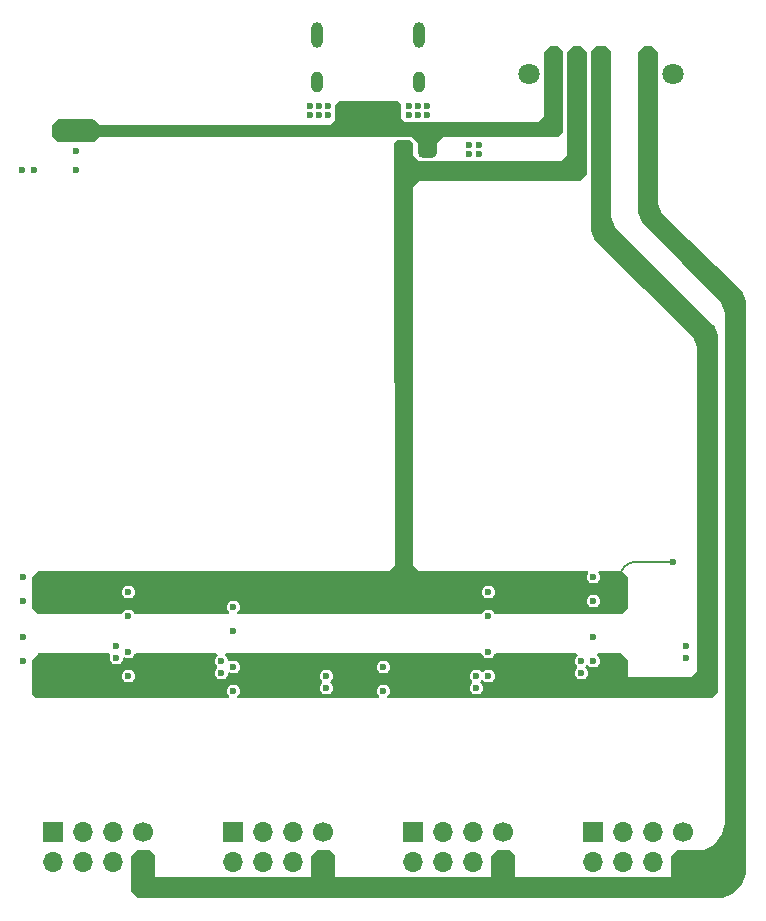
<source format=gbr>
%TF.GenerationSoftware,KiCad,Pcbnew,8.0.6*%
%TF.CreationDate,2024-12-18T16:17:05-08:00*%
%TF.ProjectId,pico-analyzer,7069636f-2d61-46e6-916c-797a65722e6b,1.0*%
%TF.SameCoordinates,Original*%
%TF.FileFunction,Copper,L3,Inr*%
%TF.FilePolarity,Positive*%
%FSLAX46Y46*%
G04 Gerber Fmt 4.6, Leading zero omitted, Abs format (unit mm)*
G04 Created by KiCad (PCBNEW 8.0.6) date 2024-12-18 16:17:05*
%MOMM*%
%LPD*%
G01*
G04 APERTURE LIST*
%TA.AperFunction,ComponentPad*%
%ADD10O,1.000000X1.800000*%
%TD*%
%TA.AperFunction,ComponentPad*%
%ADD11O,1.000000X2.200000*%
%TD*%
%TA.AperFunction,ComponentPad*%
%ADD12R,1.700000X1.700000*%
%TD*%
%TA.AperFunction,ComponentPad*%
%ADD13O,1.700000X1.700000*%
%TD*%
%TA.AperFunction,ComponentPad*%
%ADD14C,1.700000*%
%TD*%
%TA.AperFunction,ComponentPad*%
%ADD15R,1.300000X1.300000*%
%TD*%
%TA.AperFunction,ComponentPad*%
%ADD16C,1.300000*%
%TD*%
%TA.AperFunction,ComponentPad*%
%ADD17C,1.800000*%
%TD*%
%TA.AperFunction,ViaPad*%
%ADD18C,0.600000*%
%TD*%
%TA.AperFunction,Conductor*%
%ADD19C,0.200000*%
%TD*%
G04 APERTURE END LIST*
D10*
%TO.N,GND*%
%TO.C,J5*%
X119890000Y-56901200D03*
D11*
X119890000Y-52901200D03*
D10*
X111250000Y-56901200D03*
D11*
X111250000Y-52901200D03*
%TD*%
D12*
%TO.N,/Level Translation/C0*%
%TO.C,J1*%
X88890000Y-120396000D03*
D13*
%TO.N,/Level Translation/C1*%
X88890000Y-122936000D03*
%TO.N,/Level Translation/C2*%
X91430000Y-120396000D03*
%TO.N,/Level Translation/C3*%
X91430000Y-122936000D03*
%TO.N,/Level Translation/C4*%
X93970000Y-120396000D03*
%TO.N,/Level Translation/C5*%
X93970000Y-122936000D03*
D14*
%TO.N,GND*%
X96510000Y-120396000D03*
D13*
%TO.N,V_{in}*%
X96510000Y-122936000D03*
%TD*%
D12*
%TO.N,/Level Translation/C18*%
%TO.C,J4*%
X134610000Y-120396000D03*
D13*
%TO.N,/Level Translation/C19*%
X134610000Y-122936000D03*
%TO.N,/Level Translation/C20*%
X137150000Y-120396000D03*
%TO.N,/Level Translation/C21*%
X137150000Y-122936000D03*
%TO.N,/Level Translation/C22*%
X139690000Y-120396000D03*
%TO.N,/Level Translation/C23*%
X139690000Y-122936000D03*
D14*
%TO.N,GND*%
X142230000Y-120396000D03*
D13*
%TO.N,V_{in}*%
X142230000Y-122936000D03*
%TD*%
D12*
%TO.N,/Level Translation/C6*%
%TO.C,J2*%
X104130000Y-120396000D03*
D13*
%TO.N,/Level Translation/C7*%
X104130000Y-122936000D03*
%TO.N,/Level Translation/C8*%
X106670000Y-120396000D03*
%TO.N,/Level Translation/C9*%
X106670000Y-122936000D03*
%TO.N,/Level Translation/C10*%
X109210000Y-120396000D03*
%TO.N,/Level Translation/C11*%
X109210000Y-122936000D03*
D14*
%TO.N,GND*%
X111750000Y-120396000D03*
D13*
%TO.N,V_{in}*%
X111750000Y-122936000D03*
%TD*%
D12*
%TO.N,/Level Translation/C12*%
%TO.C,J3*%
X119370000Y-120396000D03*
D13*
%TO.N,/Level Translation/C13*%
X119370000Y-122936000D03*
%TO.N,/Level Translation/C14*%
X121910000Y-120396000D03*
%TO.N,/Level Translation/C15*%
X121910000Y-122936000D03*
%TO.N,/Level Translation/C16*%
X124450000Y-120396000D03*
%TO.N,/Level Translation/C17*%
X124450000Y-122936000D03*
D14*
%TO.N,GND*%
X126990000Y-120396000D03*
D13*
%TO.N,V_{in}*%
X126990000Y-122936000D03*
%TD*%
D15*
%TO.N,V_{in}*%
%TO.C,SW1*%
X139255000Y-54950000D03*
D16*
%TO.N,V_{ref}*%
X135255000Y-54950000D03*
%TO.N,+3V3*%
X133255000Y-54950000D03*
%TO.N,+5V*%
X131255000Y-54950000D03*
%TO.N,V_{in}*%
X139255000Y-57450000D03*
%TO.N,V_{ref}*%
X135255000Y-57450000D03*
%TO.N,+3V3*%
X133255000Y-57450000D03*
%TO.N,+5V*%
X131255000Y-57450000D03*
D17*
%TO.N,N/C*%
X141355000Y-56200000D03*
X129155000Y-56200000D03*
%TD*%
D18*
%TO.N,+5V*%
X117348000Y-58928000D03*
X120142000Y-62230000D03*
X113157000Y-59690000D03*
X113792000Y-58928000D03*
X113157000Y-58928000D03*
X117983000Y-59690000D03*
X113792000Y-59690000D03*
X120142000Y-62992000D03*
X90805000Y-60579000D03*
X117348000Y-59690000D03*
X117983000Y-58928000D03*
X90805000Y-61468000D03*
X121031000Y-62230000D03*
X121031000Y-62992000D03*
%TO.N,GND*%
X112014000Y-108204000D03*
X104140000Y-101346000D03*
X90805000Y-64389000D03*
X112141000Y-58928000D03*
X111379000Y-58928000D03*
X120523000Y-59690000D03*
X104140000Y-106426000D03*
X110617000Y-59690000D03*
X134620000Y-100838000D03*
X94234000Y-105664000D03*
X134620000Y-98806000D03*
X112141000Y-59690000D03*
X142494000Y-105664000D03*
X87249000Y-64389000D03*
X95250000Y-102108000D03*
X110617000Y-58928000D03*
X133604000Y-105918000D03*
X133604000Y-106934000D03*
X86233000Y-64389000D03*
X120523000Y-58928000D03*
X124079000Y-62230000D03*
X119761000Y-59690000D03*
X95250000Y-107188000D03*
X86360000Y-98806000D03*
X103124000Y-105918000D03*
X95250000Y-100076000D03*
X104140000Y-103378000D03*
X111379000Y-59690000D03*
X86360000Y-100838000D03*
X124079000Y-62992000D03*
X103124000Y-106934000D03*
X90805000Y-62738000D03*
X124714000Y-108204000D03*
X134620000Y-105918000D03*
X116840000Y-106426000D03*
X116840000Y-108458000D03*
X124714000Y-107188000D03*
X94234000Y-104648000D03*
X125730000Y-105156000D03*
X118999000Y-59690000D03*
X86360000Y-105918000D03*
X125730000Y-100076000D03*
X95250000Y-105156000D03*
X118999000Y-58928000D03*
X86360000Y-103886000D03*
X134620000Y-103886000D03*
X104140000Y-108458000D03*
X124968000Y-62230000D03*
X142494000Y-104648000D03*
X125730000Y-107188000D03*
X112014000Y-107188000D03*
X119761000Y-58928000D03*
X124968000Y-62992000D03*
X125730000Y-102108000D03*
%TO.N,+3V3*%
X88646000Y-98806000D03*
X127254000Y-100076000D03*
X118110000Y-62230000D03*
X105664000Y-101346000D03*
X118110000Y-62992000D03*
X128016000Y-100076000D03*
X118999000Y-62992000D03*
X118999000Y-62230000D03*
X136144000Y-98806000D03*
X106426000Y-101346000D03*
X119126000Y-101346000D03*
X87884000Y-98806000D03*
X97536000Y-100076000D03*
X114300000Y-101346000D03*
X136906000Y-98806000D03*
X141351000Y-97536000D03*
X96774000Y-100076000D03*
X118364000Y-101346000D03*
%TO.N,V_{ref}*%
X136144000Y-105918000D03*
X88646000Y-105918000D03*
X105664000Y-108458000D03*
X128016000Y-107188000D03*
X106426000Y-108458000D03*
X87884000Y-105918000D03*
X118364000Y-108458000D03*
X96774000Y-107188000D03*
X119126000Y-108458000D03*
X127254000Y-107188000D03*
X136906000Y-105918000D03*
X97536000Y-107188000D03*
%TD*%
D19*
%TO.N,+3V3*%
X138176000Y-97536000D02*
X141351000Y-97536000D01*
X138176000Y-97536000D02*
G75*
G03*
X136906000Y-98806000I0J-1270000D01*
G01*
%TD*%
%TA.AperFunction,Conductor*%
%TO.N,V_{ref}*%
G36*
X135652865Y-53867685D02*
G01*
X135673595Y-53884406D01*
X136099888Y-54311588D01*
X136133309Y-54372946D01*
X136136115Y-54399436D01*
X136107175Y-68296137D01*
X136459684Y-69149683D01*
X136459688Y-69149688D01*
X144790005Y-77480005D01*
X144816885Y-77520233D01*
X145151561Y-78328212D01*
X145161000Y-78375665D01*
X145161000Y-108541638D01*
X145141315Y-108608677D01*
X145124681Y-108629319D01*
X144697319Y-109056681D01*
X144635996Y-109090166D01*
X144609638Y-109093000D01*
X137541000Y-109093000D01*
X137541000Y-107315000D01*
X142883000Y-107315000D01*
X143383000Y-106815000D01*
X143383000Y-79357237D01*
X143026717Y-78506435D01*
X143026715Y-78506432D01*
X134765435Y-70372250D01*
X134738059Y-70331790D01*
X134401024Y-69526951D01*
X134391400Y-69479055D01*
X134391400Y-54399362D01*
X134411085Y-54332323D01*
X134427719Y-54311681D01*
X134855081Y-53884319D01*
X134916404Y-53850834D01*
X134942762Y-53848000D01*
X135585826Y-53848000D01*
X135652865Y-53867685D01*
G37*
%TD.AperFunction*%
%TD*%
%TA.AperFunction,Conductor*%
%TO.N,V_{in}*%
G36*
X127531677Y-121939685D02*
G01*
X127552319Y-121956319D01*
X127979681Y-122383681D01*
X128013166Y-122445004D01*
X128016000Y-122471362D01*
X128016000Y-124206000D01*
X127516000Y-124206000D01*
X126484000Y-124206000D01*
X125984000Y-124206000D01*
X125984000Y-122471362D01*
X126003685Y-122404323D01*
X126020319Y-122383681D01*
X126447681Y-121956319D01*
X126509004Y-121922834D01*
X126535362Y-121920000D01*
X127464638Y-121920000D01*
X127531677Y-121939685D01*
G37*
%TD.AperFunction*%
%TD*%
%TA.AperFunction,Conductor*%
%TO.N,+5V*%
G36*
X131570277Y-53867685D02*
G01*
X131590919Y-53884319D01*
X132018281Y-54311681D01*
X132051766Y-54373004D01*
X132054600Y-54399362D01*
X132054600Y-61043638D01*
X132034915Y-61110677D01*
X132018281Y-61131319D01*
X131590919Y-61558681D01*
X131529596Y-61592166D01*
X131503238Y-61595000D01*
X121911999Y-61595000D01*
X121412000Y-62094999D01*
X121412000Y-62821638D01*
X121392315Y-62888677D01*
X121375681Y-62909319D01*
X120948319Y-63336681D01*
X120886996Y-63370166D01*
X120860638Y-63373000D01*
X120312362Y-63373000D01*
X120245323Y-63353315D01*
X120224681Y-63336681D01*
X119797319Y-62909319D01*
X119763834Y-62847996D01*
X119761000Y-62821638D01*
X119761000Y-62095000D01*
X119261000Y-61595000D01*
X118364000Y-61595000D01*
X117348000Y-61595000D01*
X117348000Y-59690000D01*
X118364000Y-59690000D01*
X118364000Y-60007500D01*
X118681500Y-60325000D01*
X129954400Y-60325000D01*
X130454400Y-59825000D01*
X130454400Y-54399362D01*
X130474085Y-54332323D01*
X130490719Y-54311681D01*
X130918081Y-53884319D01*
X130979404Y-53850834D01*
X131005762Y-53848000D01*
X131503238Y-53848000D01*
X131570277Y-53867685D01*
G37*
%TD.AperFunction*%
%TD*%
%TA.AperFunction,Conductor*%
%TO.N,+5V*%
G36*
X114173000Y-61595000D02*
G01*
X92773500Y-61595000D01*
X92414174Y-61954326D01*
X92361848Y-61976000D01*
X89303652Y-61976000D01*
X89251326Y-61954326D01*
X88794674Y-61497674D01*
X88773000Y-61445348D01*
X88773000Y-60601652D01*
X88794674Y-60549326D01*
X89251326Y-60092674D01*
X89303652Y-60071000D01*
X92298348Y-60071000D01*
X92350674Y-60092674D01*
X92583000Y-60325000D01*
X92837000Y-60579000D01*
X112276000Y-60579000D01*
X112331500Y-60579000D01*
X112776000Y-60134500D01*
X112776000Y-59690000D01*
X114173000Y-59690000D01*
X114173000Y-61595000D01*
G37*
%TD.AperFunction*%
%TD*%
%TA.AperFunction,Conductor*%
%TO.N,V_{in}*%
G36*
X143256000Y-125984000D02*
G01*
X142756000Y-125984000D01*
X96055362Y-125984000D01*
X95988323Y-125964315D01*
X95967681Y-125947681D01*
X95540319Y-125520319D01*
X95506834Y-125458996D01*
X95504000Y-125432638D01*
X95504000Y-124206000D01*
X143256000Y-124206000D01*
X143256000Y-125984000D01*
G37*
%TD.AperFunction*%
%TD*%
%TA.AperFunction,Conductor*%
%TO.N,+3V3*%
G36*
X133576877Y-53867685D02*
G01*
X133597519Y-53884319D01*
X134024881Y-54311681D01*
X134058366Y-54373004D01*
X134061200Y-54399362D01*
X134061200Y-64726638D01*
X134041515Y-64793677D01*
X134024881Y-64814319D01*
X133597519Y-65241681D01*
X133536196Y-65275166D01*
X133509838Y-65278000D01*
X119879999Y-65278000D01*
X119380000Y-65777999D01*
X119380000Y-65778000D01*
X119380000Y-66802000D01*
X118880000Y-66802000D01*
X118229000Y-66802000D01*
X117747683Y-66802000D01*
X117748405Y-66798334D01*
X117731834Y-66767986D01*
X117729000Y-66741628D01*
X117729000Y-62146362D01*
X117748685Y-62079323D01*
X117765319Y-62058681D01*
X117937181Y-61886819D01*
X117998504Y-61853334D01*
X118024862Y-61850500D01*
X119084138Y-61850500D01*
X119151177Y-61870185D01*
X119171819Y-61886819D01*
X119343681Y-62058681D01*
X119377166Y-62120004D01*
X119380000Y-62146362D01*
X119380000Y-63127000D01*
X119880000Y-63627000D01*
X120293061Y-63627000D01*
X120310705Y-63628262D01*
X120311760Y-63628413D01*
X120312362Y-63628500D01*
X120312365Y-63628500D01*
X120860639Y-63628500D01*
X120865078Y-63628262D01*
X120885307Y-63627177D01*
X120891936Y-63627000D01*
X131935600Y-63627000D01*
X132435600Y-63127000D01*
X132435600Y-54399362D01*
X132455285Y-54332323D01*
X132471919Y-54311681D01*
X132899281Y-53884319D01*
X132960604Y-53850834D01*
X132986962Y-53848000D01*
X133509838Y-53848000D01*
X133576877Y-53867685D01*
G37*
%TD.AperFunction*%
%TD*%
%TA.AperFunction,Conductor*%
%TO.N,V_{in}*%
G36*
X112291677Y-121939685D02*
G01*
X112312319Y-121956319D01*
X112739681Y-122383681D01*
X112773166Y-122445004D01*
X112776000Y-122471362D01*
X112776000Y-124206000D01*
X112276000Y-124206000D01*
X111244000Y-124206000D01*
X110744000Y-124206000D01*
X110744000Y-122471362D01*
X110763685Y-122404323D01*
X110780319Y-122383681D01*
X111207681Y-121956319D01*
X111269004Y-121922834D01*
X111295362Y-121920000D01*
X112224638Y-121920000D01*
X112291677Y-121939685D01*
G37*
%TD.AperFunction*%
%TD*%
%TA.AperFunction,Conductor*%
%TO.N,V_{ref}*%
G36*
X93677419Y-105302685D02*
G01*
X93723174Y-105355489D01*
X93733118Y-105424647D01*
X93724941Y-105454452D01*
X93697671Y-105520287D01*
X93697670Y-105520291D01*
X93678750Y-105664000D01*
X93693270Y-105774292D01*
X93697670Y-105807708D01*
X93697671Y-105807712D01*
X93753137Y-105941622D01*
X93753138Y-105941624D01*
X93753139Y-105941625D01*
X93841379Y-106056621D01*
X93956375Y-106144861D01*
X93956376Y-106144861D01*
X93956377Y-106144862D01*
X94001013Y-106163350D01*
X94090291Y-106200330D01*
X94217280Y-106217048D01*
X94233999Y-106219250D01*
X94234000Y-106219250D01*
X94234001Y-106219250D01*
X94248977Y-106217278D01*
X94377709Y-106200330D01*
X94511625Y-106144861D01*
X94626621Y-106056621D01*
X94714861Y-105941625D01*
X94770330Y-105807709D01*
X94781283Y-105724508D01*
X94809549Y-105660613D01*
X94867874Y-105622142D01*
X94937738Y-105621311D01*
X94966226Y-105633310D01*
X94972370Y-105636857D01*
X94972375Y-105636861D01*
X95106291Y-105692330D01*
X95233280Y-105709048D01*
X95249999Y-105711250D01*
X95250000Y-105711250D01*
X95250001Y-105711250D01*
X95264977Y-105709278D01*
X95393709Y-105692330D01*
X95527625Y-105636861D01*
X95642621Y-105548621D01*
X95730861Y-105433625D01*
X95761545Y-105359544D01*
X95805384Y-105305145D01*
X95871678Y-105283079D01*
X95876105Y-105283000D01*
X102681962Y-105283000D01*
X102749001Y-105302685D01*
X102794756Y-105355489D01*
X102804700Y-105424647D01*
X102775675Y-105488203D01*
X102757451Y-105505373D01*
X102749376Y-105511568D01*
X102731380Y-105525377D01*
X102643137Y-105640377D01*
X102587671Y-105774287D01*
X102587670Y-105774291D01*
X102568750Y-105917999D01*
X102568750Y-105918000D01*
X102587670Y-106061708D01*
X102587671Y-106061712D01*
X102643137Y-106195622D01*
X102643138Y-106195624D01*
X102643139Y-106195625D01*
X102731379Y-106310621D01*
X102731382Y-106310623D01*
X102753539Y-106327626D01*
X102794741Y-106384054D01*
X102798894Y-106453800D01*
X102764681Y-106514720D01*
X102753539Y-106524374D01*
X102731382Y-106541376D01*
X102731380Y-106541377D01*
X102731379Y-106541379D01*
X102678435Y-106610376D01*
X102643137Y-106656377D01*
X102587671Y-106790287D01*
X102587670Y-106790291D01*
X102568750Y-106933999D01*
X102568750Y-106934000D01*
X102587670Y-107077708D01*
X102587671Y-107077712D01*
X102643137Y-107211622D01*
X102643138Y-107211624D01*
X102643139Y-107211625D01*
X102731379Y-107326621D01*
X102846375Y-107414861D01*
X102980291Y-107470330D01*
X103107280Y-107487048D01*
X103123999Y-107489250D01*
X103124000Y-107489250D01*
X103124001Y-107489250D01*
X103138977Y-107487278D01*
X103267709Y-107470330D01*
X103401625Y-107414861D01*
X103516621Y-107326621D01*
X103604861Y-107211625D01*
X103614647Y-107187999D01*
X111458750Y-107187999D01*
X111458750Y-107188000D01*
X111477670Y-107331708D01*
X111477671Y-107331712D01*
X111533137Y-107465622D01*
X111533138Y-107465624D01*
X111533139Y-107465625D01*
X111621379Y-107580621D01*
X111621382Y-107580623D01*
X111643539Y-107597626D01*
X111684741Y-107654054D01*
X111688894Y-107723800D01*
X111654681Y-107784720D01*
X111643539Y-107794374D01*
X111621382Y-107811376D01*
X111621380Y-107811377D01*
X111621379Y-107811379D01*
X111568435Y-107880376D01*
X111533137Y-107926377D01*
X111477671Y-108060287D01*
X111477670Y-108060291D01*
X111458750Y-108203999D01*
X111458750Y-108204000D01*
X111477670Y-108347708D01*
X111477671Y-108347712D01*
X111533137Y-108481622D01*
X111533138Y-108481624D01*
X111533139Y-108481625D01*
X111621379Y-108596621D01*
X111736375Y-108684861D01*
X111870291Y-108740330D01*
X111997280Y-108757048D01*
X112013999Y-108759250D01*
X112014000Y-108759250D01*
X112014001Y-108759250D01*
X112028977Y-108757278D01*
X112157709Y-108740330D01*
X112291625Y-108684861D01*
X112406621Y-108596621D01*
X112494861Y-108481625D01*
X112550330Y-108347709D01*
X112569250Y-108204000D01*
X112550330Y-108060291D01*
X112494861Y-107926375D01*
X112406621Y-107811379D01*
X112384459Y-107794373D01*
X112343259Y-107737948D01*
X112339104Y-107668202D01*
X112373316Y-107607281D01*
X112384450Y-107597633D01*
X112406621Y-107580621D01*
X112494861Y-107465625D01*
X112550330Y-107331709D01*
X112569250Y-107188000D01*
X112569250Y-107187999D01*
X124158750Y-107187999D01*
X124158750Y-107188000D01*
X124177670Y-107331708D01*
X124177671Y-107331712D01*
X124233137Y-107465622D01*
X124233138Y-107465624D01*
X124233139Y-107465625D01*
X124321379Y-107580621D01*
X124321382Y-107580623D01*
X124343539Y-107597626D01*
X124384741Y-107654054D01*
X124388894Y-107723800D01*
X124354681Y-107784720D01*
X124343539Y-107794374D01*
X124321382Y-107811376D01*
X124321380Y-107811377D01*
X124321379Y-107811379D01*
X124268435Y-107880376D01*
X124233137Y-107926377D01*
X124177671Y-108060287D01*
X124177670Y-108060291D01*
X124158750Y-108203999D01*
X124158750Y-108204000D01*
X124177670Y-108347708D01*
X124177671Y-108347712D01*
X124233137Y-108481622D01*
X124233138Y-108481624D01*
X124233139Y-108481625D01*
X124321379Y-108596621D01*
X124436375Y-108684861D01*
X124570291Y-108740330D01*
X124697280Y-108757048D01*
X124713999Y-108759250D01*
X124714000Y-108759250D01*
X124714001Y-108759250D01*
X124728977Y-108757278D01*
X124857709Y-108740330D01*
X124991625Y-108684861D01*
X125106621Y-108596621D01*
X125194861Y-108481625D01*
X125250330Y-108347709D01*
X125269250Y-108204000D01*
X125250330Y-108060291D01*
X125194861Y-107926375D01*
X125106621Y-107811379D01*
X125084459Y-107794373D01*
X125043259Y-107737948D01*
X125039104Y-107668202D01*
X125073316Y-107607281D01*
X125084450Y-107597633D01*
X125106621Y-107580621D01*
X125123626Y-107558459D01*
X125180052Y-107517259D01*
X125249798Y-107513104D01*
X125310719Y-107547316D01*
X125320366Y-107558450D01*
X125337379Y-107580621D01*
X125452375Y-107668861D01*
X125586291Y-107724330D01*
X125713280Y-107741048D01*
X125729999Y-107743250D01*
X125730000Y-107743250D01*
X125730001Y-107743250D01*
X125744977Y-107741278D01*
X125873709Y-107724330D01*
X126007625Y-107668861D01*
X126122621Y-107580621D01*
X126210861Y-107465625D01*
X126266330Y-107331709D01*
X126285250Y-107188000D01*
X126266330Y-107044291D01*
X126210861Y-106910375D01*
X126122621Y-106795379D01*
X126007625Y-106707139D01*
X126007624Y-106707138D01*
X126007622Y-106707137D01*
X125873712Y-106651671D01*
X125873710Y-106651670D01*
X125873709Y-106651670D01*
X125801854Y-106642210D01*
X125730001Y-106632750D01*
X125729999Y-106632750D01*
X125586291Y-106651670D01*
X125586287Y-106651671D01*
X125452377Y-106707137D01*
X125406376Y-106742435D01*
X125337379Y-106795379D01*
X125337377Y-106795380D01*
X125337376Y-106795382D01*
X125320374Y-106817539D01*
X125263946Y-106858741D01*
X125194200Y-106862894D01*
X125133280Y-106828681D01*
X125123626Y-106817539D01*
X125106623Y-106795382D01*
X125106621Y-106795379D01*
X124991625Y-106707139D01*
X124991624Y-106707138D01*
X124991622Y-106707137D01*
X124857712Y-106651671D01*
X124857710Y-106651670D01*
X124857709Y-106651670D01*
X124785854Y-106642210D01*
X124714001Y-106632750D01*
X124713999Y-106632750D01*
X124570291Y-106651670D01*
X124570287Y-106651671D01*
X124436377Y-106707137D01*
X124321379Y-106795379D01*
X124233137Y-106910377D01*
X124177671Y-107044287D01*
X124177670Y-107044291D01*
X124158750Y-107187999D01*
X112569250Y-107187999D01*
X112550330Y-107044291D01*
X112494861Y-106910375D01*
X112406621Y-106795379D01*
X112291625Y-106707139D01*
X112291624Y-106707138D01*
X112291622Y-106707137D01*
X112157712Y-106651671D01*
X112157710Y-106651670D01*
X112157709Y-106651670D01*
X112085854Y-106642210D01*
X112014001Y-106632750D01*
X112013999Y-106632750D01*
X111870291Y-106651670D01*
X111870287Y-106651671D01*
X111736377Y-106707137D01*
X111621379Y-106795379D01*
X111533137Y-106910377D01*
X111477671Y-107044287D01*
X111477670Y-107044291D01*
X111458750Y-107187999D01*
X103614647Y-107187999D01*
X103660330Y-107077709D01*
X103671283Y-106994508D01*
X103699549Y-106930613D01*
X103757874Y-106892142D01*
X103827738Y-106891311D01*
X103856226Y-106903310D01*
X103862370Y-106906857D01*
X103862375Y-106906861D01*
X103996291Y-106962330D01*
X104123280Y-106979048D01*
X104139999Y-106981250D01*
X104140000Y-106981250D01*
X104140001Y-106981250D01*
X104154977Y-106979278D01*
X104283709Y-106962330D01*
X104417625Y-106906861D01*
X104532621Y-106818621D01*
X104620861Y-106703625D01*
X104676330Y-106569709D01*
X104695250Y-106426000D01*
X116284750Y-106426000D01*
X116297701Y-106524374D01*
X116303670Y-106569708D01*
X116303671Y-106569712D01*
X116359137Y-106703622D01*
X116359138Y-106703624D01*
X116359139Y-106703625D01*
X116447379Y-106818621D01*
X116562375Y-106906861D01*
X116562376Y-106906861D01*
X116562377Y-106906862D01*
X116607013Y-106925350D01*
X116696291Y-106962330D01*
X116823280Y-106979048D01*
X116839999Y-106981250D01*
X116840000Y-106981250D01*
X116840001Y-106981250D01*
X116854977Y-106979278D01*
X116983709Y-106962330D01*
X117117625Y-106906861D01*
X117232621Y-106818621D01*
X117320861Y-106703625D01*
X117376330Y-106569709D01*
X117395250Y-106426000D01*
X117376330Y-106282291D01*
X117320861Y-106148375D01*
X117232621Y-106033379D01*
X117117625Y-105945139D01*
X117117624Y-105945138D01*
X117117622Y-105945137D01*
X116983712Y-105889671D01*
X116983710Y-105889670D01*
X116983709Y-105889670D01*
X116911854Y-105880210D01*
X116840001Y-105870750D01*
X116839999Y-105870750D01*
X116696291Y-105889670D01*
X116696287Y-105889671D01*
X116562377Y-105945137D01*
X116447379Y-106033379D01*
X116359137Y-106148377D01*
X116303671Y-106282287D01*
X116303670Y-106282291D01*
X116284750Y-106426000D01*
X104695250Y-106426000D01*
X104676330Y-106282291D01*
X104620861Y-106148375D01*
X104532621Y-106033379D01*
X104417625Y-105945139D01*
X104417624Y-105945138D01*
X104417622Y-105945137D01*
X104283712Y-105889671D01*
X104283710Y-105889670D01*
X104283709Y-105889670D01*
X104211854Y-105880210D01*
X104140001Y-105870750D01*
X104139999Y-105870750D01*
X103996291Y-105889670D01*
X103996287Y-105889671D01*
X103862380Y-105945136D01*
X103856220Y-105948693D01*
X103788319Y-105965163D01*
X103722293Y-105942310D01*
X103679103Y-105887387D01*
X103671283Y-105857489D01*
X103668238Y-105834362D01*
X103660330Y-105774291D01*
X103604861Y-105640375D01*
X103516621Y-105525379D01*
X103516619Y-105525378D01*
X103516619Y-105525377D01*
X103504705Y-105516235D01*
X103490551Y-105505374D01*
X103449349Y-105448948D01*
X103445194Y-105379202D01*
X103479406Y-105318282D01*
X103541123Y-105285529D01*
X103566038Y-105283000D01*
X125103895Y-105283000D01*
X125170934Y-105302685D01*
X125216689Y-105355489D01*
X125218431Y-105359489D01*
X125249139Y-105433625D01*
X125337379Y-105548621D01*
X125452375Y-105636861D01*
X125452376Y-105636861D01*
X125452377Y-105636862D01*
X125497013Y-105655350D01*
X125586291Y-105692330D01*
X125713280Y-105709048D01*
X125729999Y-105711250D01*
X125730000Y-105711250D01*
X125730001Y-105711250D01*
X125744977Y-105709278D01*
X125873709Y-105692330D01*
X126007625Y-105636861D01*
X126122621Y-105548621D01*
X126210861Y-105433625D01*
X126241545Y-105359544D01*
X126285384Y-105305145D01*
X126351678Y-105283079D01*
X126356105Y-105283000D01*
X133161962Y-105283000D01*
X133229001Y-105302685D01*
X133274756Y-105355489D01*
X133284700Y-105424647D01*
X133255675Y-105488203D01*
X133237451Y-105505373D01*
X133229376Y-105511568D01*
X133211380Y-105525377D01*
X133123137Y-105640377D01*
X133067671Y-105774287D01*
X133067670Y-105774291D01*
X133048750Y-105917999D01*
X133048750Y-105918000D01*
X133067670Y-106061708D01*
X133067671Y-106061712D01*
X133123137Y-106195622D01*
X133123138Y-106195624D01*
X133123139Y-106195625D01*
X133211379Y-106310621D01*
X133211382Y-106310623D01*
X133233539Y-106327626D01*
X133274741Y-106384054D01*
X133278894Y-106453800D01*
X133244681Y-106514720D01*
X133233539Y-106524374D01*
X133211382Y-106541376D01*
X133211380Y-106541377D01*
X133211379Y-106541379D01*
X133158435Y-106610376D01*
X133123137Y-106656377D01*
X133067671Y-106790287D01*
X133067670Y-106790291D01*
X133048750Y-106933999D01*
X133048750Y-106934000D01*
X133067670Y-107077708D01*
X133067671Y-107077712D01*
X133123137Y-107211622D01*
X133123138Y-107211624D01*
X133123139Y-107211625D01*
X133211379Y-107326621D01*
X133326375Y-107414861D01*
X133460291Y-107470330D01*
X133587280Y-107487048D01*
X133603999Y-107489250D01*
X133604000Y-107489250D01*
X133604001Y-107489250D01*
X133618977Y-107487278D01*
X133747709Y-107470330D01*
X133881625Y-107414861D01*
X133996621Y-107326621D01*
X134084861Y-107211625D01*
X134140330Y-107077709D01*
X134159250Y-106934000D01*
X134140330Y-106790291D01*
X134084861Y-106656375D01*
X133996621Y-106541379D01*
X133974459Y-106524373D01*
X133933259Y-106467948D01*
X133929104Y-106398202D01*
X133963316Y-106337281D01*
X133974450Y-106327633D01*
X133996621Y-106310621D01*
X134013626Y-106288459D01*
X134070052Y-106247259D01*
X134139798Y-106243104D01*
X134200719Y-106277316D01*
X134210366Y-106288450D01*
X134227379Y-106310621D01*
X134342375Y-106398861D01*
X134476291Y-106454330D01*
X134603280Y-106471048D01*
X134619999Y-106473250D01*
X134620000Y-106473250D01*
X134620001Y-106473250D01*
X134634977Y-106471278D01*
X134763709Y-106454330D01*
X134897625Y-106398861D01*
X135012621Y-106310621D01*
X135100861Y-106195625D01*
X135156330Y-106061709D01*
X135175250Y-105918000D01*
X135156330Y-105774291D01*
X135100861Y-105640375D01*
X135012621Y-105525379D01*
X135012619Y-105525378D01*
X135012619Y-105525377D01*
X135000705Y-105516235D01*
X134986551Y-105505374D01*
X134945349Y-105448948D01*
X134941194Y-105379202D01*
X134975406Y-105318282D01*
X135037123Y-105285529D01*
X135062038Y-105283000D01*
X136989638Y-105283000D01*
X137056677Y-105302685D01*
X137077319Y-105319319D01*
X137504681Y-105746681D01*
X137538166Y-105808004D01*
X137541000Y-105834362D01*
X137541000Y-109093000D01*
X137041000Y-109093000D01*
X117282038Y-109093000D01*
X117214999Y-109073315D01*
X117169244Y-109020511D01*
X117159300Y-108951353D01*
X117188325Y-108887797D01*
X117206548Y-108870626D01*
X117232621Y-108850621D01*
X117320861Y-108735625D01*
X117376330Y-108601709D01*
X117395250Y-108458000D01*
X117376330Y-108314291D01*
X117320861Y-108180375D01*
X117232621Y-108065379D01*
X117117625Y-107977139D01*
X117117624Y-107977138D01*
X117117622Y-107977137D01*
X116983712Y-107921671D01*
X116983710Y-107921670D01*
X116983709Y-107921670D01*
X116911854Y-107912210D01*
X116840001Y-107902750D01*
X116839999Y-107902750D01*
X116696291Y-107921670D01*
X116696287Y-107921671D01*
X116562377Y-107977137D01*
X116447379Y-108065379D01*
X116359137Y-108180377D01*
X116303671Y-108314287D01*
X116303670Y-108314291D01*
X116284750Y-108457999D01*
X116284750Y-108458000D01*
X116303670Y-108601708D01*
X116303671Y-108601712D01*
X116359137Y-108735622D01*
X116359138Y-108735624D01*
X116359139Y-108735625D01*
X116447379Y-108850621D01*
X116473448Y-108870625D01*
X116514651Y-108927052D01*
X116518806Y-108996798D01*
X116484594Y-109057718D01*
X116422877Y-109090471D01*
X116397962Y-109093000D01*
X104582038Y-109093000D01*
X104514999Y-109073315D01*
X104469244Y-109020511D01*
X104459300Y-108951353D01*
X104488325Y-108887797D01*
X104506548Y-108870626D01*
X104532621Y-108850621D01*
X104620861Y-108735625D01*
X104676330Y-108601709D01*
X104695250Y-108458000D01*
X104676330Y-108314291D01*
X104620861Y-108180375D01*
X104532621Y-108065379D01*
X104417625Y-107977139D01*
X104417624Y-107977138D01*
X104417622Y-107977137D01*
X104283712Y-107921671D01*
X104283710Y-107921670D01*
X104283709Y-107921670D01*
X104211854Y-107912210D01*
X104140001Y-107902750D01*
X104139999Y-107902750D01*
X103996291Y-107921670D01*
X103996287Y-107921671D01*
X103862377Y-107977137D01*
X103747379Y-108065379D01*
X103659137Y-108180377D01*
X103603671Y-108314287D01*
X103603670Y-108314291D01*
X103584750Y-108457999D01*
X103584750Y-108458000D01*
X103603670Y-108601708D01*
X103603671Y-108601712D01*
X103659137Y-108735622D01*
X103659138Y-108735624D01*
X103659139Y-108735625D01*
X103747379Y-108850621D01*
X103773448Y-108870625D01*
X103814651Y-108927052D01*
X103818806Y-108996798D01*
X103784594Y-109057718D01*
X103722877Y-109090471D01*
X103697962Y-109093000D01*
X87490862Y-109093000D01*
X87423823Y-109073315D01*
X87403181Y-109056681D01*
X87158319Y-108811819D01*
X87124834Y-108750496D01*
X87122000Y-108724138D01*
X87122000Y-107187999D01*
X94694750Y-107187999D01*
X94694750Y-107188000D01*
X94713670Y-107331708D01*
X94713671Y-107331712D01*
X94769137Y-107465622D01*
X94769138Y-107465624D01*
X94769139Y-107465625D01*
X94857379Y-107580621D01*
X94972375Y-107668861D01*
X95106291Y-107724330D01*
X95233280Y-107741048D01*
X95249999Y-107743250D01*
X95250000Y-107743250D01*
X95250001Y-107743250D01*
X95264977Y-107741278D01*
X95393709Y-107724330D01*
X95527625Y-107668861D01*
X95642621Y-107580621D01*
X95730861Y-107465625D01*
X95786330Y-107331709D01*
X95805250Y-107188000D01*
X95786330Y-107044291D01*
X95730861Y-106910375D01*
X95642621Y-106795379D01*
X95527625Y-106707139D01*
X95527624Y-106707138D01*
X95527622Y-106707137D01*
X95393712Y-106651671D01*
X95393710Y-106651670D01*
X95393709Y-106651670D01*
X95321854Y-106642210D01*
X95250001Y-106632750D01*
X95249999Y-106632750D01*
X95106291Y-106651670D01*
X95106287Y-106651671D01*
X94972377Y-106707137D01*
X94857379Y-106795379D01*
X94769137Y-106910377D01*
X94713671Y-107044287D01*
X94713670Y-107044291D01*
X94694750Y-107187999D01*
X87122000Y-107187999D01*
X87122000Y-105834362D01*
X87141685Y-105767323D01*
X87158319Y-105746681D01*
X87585681Y-105319319D01*
X87647004Y-105285834D01*
X87673362Y-105283000D01*
X93610380Y-105283000D01*
X93677419Y-105302685D01*
G37*
%TD.AperFunction*%
%TD*%
%TA.AperFunction,Conductor*%
%TO.N,V_{in}*%
G36*
X143256000Y-124206000D02*
G01*
X142756000Y-124206000D01*
X141724000Y-124206000D01*
X141224000Y-124206000D01*
X141224000Y-122471362D01*
X141243685Y-122404323D01*
X141260319Y-122383681D01*
X141687681Y-121956319D01*
X141749004Y-121922834D01*
X141775362Y-121920000D01*
X143256000Y-121920000D01*
X143256000Y-124206000D01*
G37*
%TD.AperFunction*%
%TD*%
%TA.AperFunction,Conductor*%
%TO.N,V_{in}*%
G36*
X97051677Y-121939685D02*
G01*
X97072319Y-121956319D01*
X97499681Y-122383681D01*
X97533166Y-122445004D01*
X97536000Y-122471362D01*
X97536000Y-124206000D01*
X97036000Y-124206000D01*
X96004000Y-124206000D01*
X95504000Y-124206000D01*
X95504000Y-122471362D01*
X95523685Y-122404323D01*
X95540319Y-122383681D01*
X95967681Y-121956319D01*
X96029004Y-121922834D01*
X96055362Y-121920000D01*
X96984638Y-121920000D01*
X97051677Y-121939685D01*
G37*
%TD.AperFunction*%
%TD*%
%TA.AperFunction,Conductor*%
%TO.N,+3V3*%
G36*
X116332000Y-101981000D02*
G01*
X104582038Y-101981000D01*
X104514999Y-101961315D01*
X104469244Y-101908511D01*
X104459300Y-101839353D01*
X104488325Y-101775797D01*
X104506548Y-101758626D01*
X104532621Y-101738621D01*
X104620861Y-101623625D01*
X104676330Y-101489709D01*
X104695250Y-101346000D01*
X104676330Y-101202291D01*
X104620861Y-101068375D01*
X104532621Y-100953379D01*
X104417625Y-100865139D01*
X104417624Y-100865138D01*
X104417622Y-100865137D01*
X104283712Y-100809671D01*
X104283710Y-100809670D01*
X104283709Y-100809670D01*
X104211854Y-100800210D01*
X104140001Y-100790750D01*
X104139999Y-100790750D01*
X103996291Y-100809670D01*
X103996287Y-100809671D01*
X103862377Y-100865137D01*
X103747379Y-100953379D01*
X103659137Y-101068377D01*
X103603671Y-101202287D01*
X103603670Y-101202291D01*
X103584750Y-101345999D01*
X103584750Y-101346000D01*
X103603670Y-101489708D01*
X103603671Y-101489712D01*
X103659137Y-101623622D01*
X103659138Y-101623624D01*
X103659139Y-101623625D01*
X103747379Y-101738621D01*
X103773448Y-101758625D01*
X103814651Y-101815052D01*
X103818806Y-101884798D01*
X103784594Y-101945718D01*
X103722877Y-101978471D01*
X103697962Y-101981000D01*
X95876105Y-101981000D01*
X95809066Y-101961315D01*
X95763311Y-101908511D01*
X95761568Y-101904510D01*
X95730861Y-101830375D01*
X95642621Y-101715379D01*
X95527625Y-101627139D01*
X95527624Y-101627138D01*
X95527622Y-101627137D01*
X95393712Y-101571671D01*
X95393710Y-101571670D01*
X95393709Y-101571670D01*
X95321854Y-101562210D01*
X95250001Y-101552750D01*
X95249999Y-101552750D01*
X95106291Y-101571670D01*
X95106287Y-101571671D01*
X94972377Y-101627137D01*
X94857379Y-101715379D01*
X94769139Y-101830374D01*
X94769139Y-101830375D01*
X94738454Y-101904455D01*
X94694616Y-101958855D01*
X94628322Y-101980921D01*
X94623895Y-101981000D01*
X87673362Y-101981000D01*
X87606323Y-101961315D01*
X87585681Y-101944681D01*
X87158319Y-101517319D01*
X87124834Y-101455996D01*
X87122000Y-101429638D01*
X87122000Y-100075999D01*
X94694750Y-100075999D01*
X94694750Y-100076000D01*
X94713670Y-100219708D01*
X94713671Y-100219712D01*
X94769137Y-100353622D01*
X94769138Y-100353624D01*
X94769139Y-100353625D01*
X94857379Y-100468621D01*
X94972375Y-100556861D01*
X94972376Y-100556861D01*
X94972377Y-100556862D01*
X95017013Y-100575350D01*
X95106291Y-100612330D01*
X95233280Y-100629048D01*
X95249999Y-100631250D01*
X95250000Y-100631250D01*
X95250001Y-100631250D01*
X95264977Y-100629278D01*
X95393709Y-100612330D01*
X95527625Y-100556861D01*
X95642621Y-100468621D01*
X95730861Y-100353625D01*
X95786330Y-100219709D01*
X95805250Y-100076000D01*
X95786330Y-99932291D01*
X95730861Y-99798375D01*
X95642621Y-99683379D01*
X95527625Y-99595139D01*
X95527624Y-99595138D01*
X95527622Y-99595137D01*
X95393712Y-99539671D01*
X95393710Y-99539670D01*
X95393709Y-99539670D01*
X95321854Y-99530210D01*
X95250001Y-99520750D01*
X95249999Y-99520750D01*
X95106291Y-99539670D01*
X95106287Y-99539671D01*
X94972377Y-99595137D01*
X94857379Y-99683379D01*
X94769137Y-99798377D01*
X94713671Y-99932287D01*
X94713670Y-99932291D01*
X94694750Y-100075999D01*
X87122000Y-100075999D01*
X87122000Y-98849362D01*
X87141685Y-98782323D01*
X87158319Y-98761681D01*
X87585681Y-98334319D01*
X87647004Y-98300834D01*
X87673362Y-98298000D01*
X116332000Y-98298000D01*
X116332000Y-101981000D01*
G37*
%TD.AperFunction*%
%TA.AperFunction,Conductor*%
G36*
X134131504Y-98317685D02*
G01*
X134177259Y-98370489D01*
X134187203Y-98439647D01*
X134162841Y-98497485D01*
X134148776Y-98515814D01*
X134139137Y-98528377D01*
X134083671Y-98662287D01*
X134083670Y-98662291D01*
X134064750Y-98805999D01*
X134064750Y-98806000D01*
X134083670Y-98949708D01*
X134083671Y-98949712D01*
X134139137Y-99083622D01*
X134139138Y-99083624D01*
X134139139Y-99083625D01*
X134227379Y-99198621D01*
X134342375Y-99286861D01*
X134476291Y-99342330D01*
X134603280Y-99359048D01*
X134619999Y-99361250D01*
X134620000Y-99361250D01*
X134620001Y-99361250D01*
X134634977Y-99359278D01*
X134763709Y-99342330D01*
X134897625Y-99286861D01*
X135012621Y-99198621D01*
X135100861Y-99083625D01*
X135156330Y-98949709D01*
X135175250Y-98806000D01*
X135156330Y-98662291D01*
X135100861Y-98528375D01*
X135077158Y-98497485D01*
X135051965Y-98432317D01*
X135066003Y-98363873D01*
X135114817Y-98313883D01*
X135175535Y-98298000D01*
X136989638Y-98298000D01*
X137056677Y-98317685D01*
X137077319Y-98334319D01*
X137504681Y-98761681D01*
X137538166Y-98823004D01*
X137541000Y-98849362D01*
X137541000Y-101429638D01*
X137521315Y-101496677D01*
X137504681Y-101517319D01*
X137077319Y-101944681D01*
X137015996Y-101978166D01*
X136989638Y-101981000D01*
X126356105Y-101981000D01*
X126289066Y-101961315D01*
X126243311Y-101908511D01*
X126241568Y-101904510D01*
X126210861Y-101830375D01*
X126122621Y-101715379D01*
X126007625Y-101627139D01*
X126007624Y-101627138D01*
X126007622Y-101627137D01*
X125873712Y-101571671D01*
X125873710Y-101571670D01*
X125873709Y-101571670D01*
X125801854Y-101562210D01*
X125730001Y-101552750D01*
X125729999Y-101552750D01*
X125586291Y-101571670D01*
X125586287Y-101571671D01*
X125452377Y-101627137D01*
X125337379Y-101715379D01*
X125249139Y-101830374D01*
X125249139Y-101830375D01*
X125218454Y-101904455D01*
X125174616Y-101958855D01*
X125108322Y-101980921D01*
X125103895Y-101981000D01*
X120904000Y-101981000D01*
X120904000Y-100837999D01*
X134064750Y-100837999D01*
X134064750Y-100838000D01*
X134083670Y-100981708D01*
X134083671Y-100981712D01*
X134139137Y-101115622D01*
X134139138Y-101115624D01*
X134139139Y-101115625D01*
X134227379Y-101230621D01*
X134342375Y-101318861D01*
X134476291Y-101374330D01*
X134603280Y-101391048D01*
X134619999Y-101393250D01*
X134620000Y-101393250D01*
X134620001Y-101393250D01*
X134634977Y-101391278D01*
X134763709Y-101374330D01*
X134897625Y-101318861D01*
X135012621Y-101230621D01*
X135100861Y-101115625D01*
X135156330Y-100981709D01*
X135175250Y-100838000D01*
X135156330Y-100694291D01*
X135100861Y-100560375D01*
X135012621Y-100445379D01*
X134897625Y-100357139D01*
X134897624Y-100357138D01*
X134897622Y-100357137D01*
X134763712Y-100301671D01*
X134763710Y-100301670D01*
X134763709Y-100301670D01*
X134691854Y-100292210D01*
X134620001Y-100282750D01*
X134619999Y-100282750D01*
X134476291Y-100301670D01*
X134476287Y-100301671D01*
X134342377Y-100357137D01*
X134227379Y-100445379D01*
X134139137Y-100560377D01*
X134083671Y-100694287D01*
X134083670Y-100694291D01*
X134064750Y-100837999D01*
X120904000Y-100837999D01*
X120904000Y-100075999D01*
X125174750Y-100075999D01*
X125174750Y-100076000D01*
X125193670Y-100219708D01*
X125193671Y-100219712D01*
X125249137Y-100353622D01*
X125249138Y-100353624D01*
X125249139Y-100353625D01*
X125337379Y-100468621D01*
X125452375Y-100556861D01*
X125452376Y-100556861D01*
X125452377Y-100556862D01*
X125497013Y-100575350D01*
X125586291Y-100612330D01*
X125713280Y-100629048D01*
X125729999Y-100631250D01*
X125730000Y-100631250D01*
X125730001Y-100631250D01*
X125744977Y-100629278D01*
X125873709Y-100612330D01*
X126007625Y-100556861D01*
X126122621Y-100468621D01*
X126210861Y-100353625D01*
X126266330Y-100219709D01*
X126285250Y-100076000D01*
X126266330Y-99932291D01*
X126210861Y-99798375D01*
X126122621Y-99683379D01*
X126007625Y-99595139D01*
X126007624Y-99595138D01*
X126007622Y-99595137D01*
X125873712Y-99539671D01*
X125873710Y-99539670D01*
X125873709Y-99539670D01*
X125801854Y-99530210D01*
X125730001Y-99520750D01*
X125729999Y-99520750D01*
X125586291Y-99539670D01*
X125586287Y-99539671D01*
X125452377Y-99595137D01*
X125337379Y-99683379D01*
X125249137Y-99798377D01*
X125193671Y-99932287D01*
X125193670Y-99932291D01*
X125174750Y-100075999D01*
X120904000Y-100075999D01*
X120904000Y-98298000D01*
X134064465Y-98298000D01*
X134131504Y-98317685D01*
G37*
%TD.AperFunction*%
%TD*%
%TA.AperFunction,Conductor*%
%TO.N,+5V*%
G36*
X118129677Y-58566685D02*
G01*
X118150319Y-58583319D01*
X118327681Y-58760681D01*
X118361166Y-58822004D01*
X118364000Y-58848362D01*
X118364000Y-59690000D01*
X117348000Y-59690000D01*
X117348000Y-61595000D01*
X114173000Y-61595000D01*
X114173000Y-59690000D01*
X112776000Y-59690000D01*
X112776000Y-58848362D01*
X112795685Y-58781323D01*
X112812319Y-58760681D01*
X112989681Y-58583319D01*
X113051004Y-58549834D01*
X113077362Y-58547000D01*
X118062638Y-58547000D01*
X118129677Y-58566685D01*
G37*
%TD.AperFunction*%
%TD*%
%TA.AperFunction,Conductor*%
%TO.N,+3V3*%
G36*
X119380000Y-97798000D02*
G01*
X119880000Y-98298000D01*
X120904000Y-98298000D01*
X120904000Y-101981000D01*
X116332000Y-101981000D01*
X116332000Y-98298000D01*
X117356000Y-98298000D01*
X117854270Y-97798003D01*
X117747028Y-66805317D01*
X117747682Y-66802000D01*
X119380000Y-66802000D01*
X119380000Y-97798000D01*
G37*
%TD.AperFunction*%
%TD*%
%TA.AperFunction,Conductor*%
%TO.N,V_{in}*%
G36*
X139596677Y-53867685D02*
G01*
X139617319Y-53884319D01*
X140044681Y-54311681D01*
X140078166Y-54373004D01*
X140081000Y-54399362D01*
X140081000Y-67195381D01*
X140440699Y-68042674D01*
X140440700Y-68042675D01*
X140440701Y-68042677D01*
X147196150Y-74565180D01*
X147224159Y-74605928D01*
X147564140Y-75406774D01*
X147574000Y-75455230D01*
X147574000Y-123935334D01*
X147564561Y-123982787D01*
X147229885Y-124790766D01*
X147203005Y-124830994D01*
X146420994Y-125613005D01*
X146380766Y-125639885D01*
X145572788Y-125974561D01*
X145525335Y-125984000D01*
X143256000Y-125984000D01*
X143256000Y-121920000D01*
X144026000Y-121920000D01*
X144816619Y-121513133D01*
X145505381Y-120548867D01*
X145796000Y-119642000D01*
X145796000Y-76446000D01*
X145445534Y-75589386D01*
X142113000Y-72198386D01*
X138797556Y-68824776D01*
X138771232Y-68784817D01*
X138439234Y-67973341D01*
X138430000Y-67926387D01*
X138430000Y-54399362D01*
X138449685Y-54332323D01*
X138466319Y-54311681D01*
X138893681Y-53884319D01*
X138955004Y-53850834D01*
X138981362Y-53848000D01*
X139529638Y-53848000D01*
X139596677Y-53867685D01*
G37*
%TD.AperFunction*%
%TD*%
M02*

</source>
